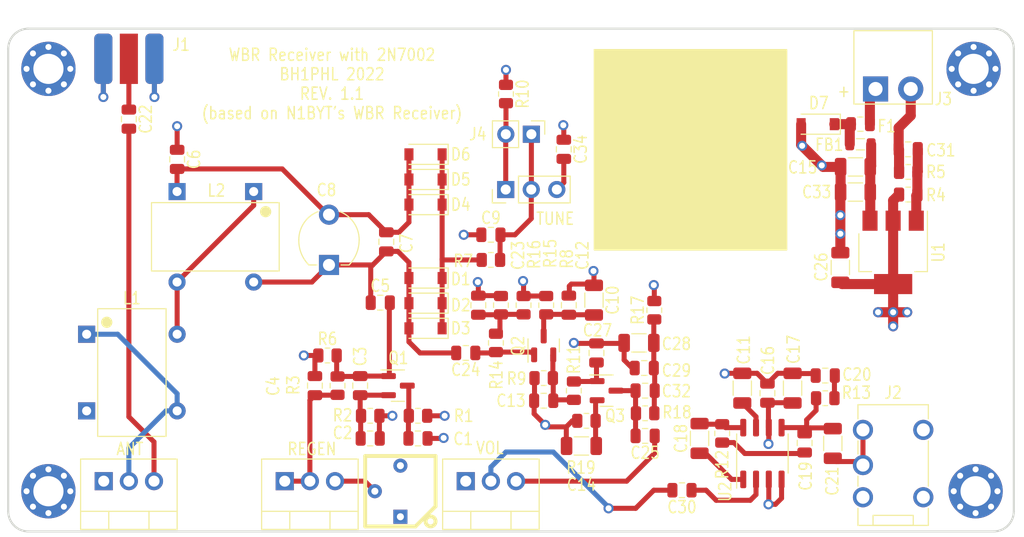
<source format=kicad_pcb>
(kicad_pcb (version 20211014) (generator pcbnew)
  (title_block (title "WBR Receiver"))
  (layers (0 "F.Cu" signal "1-F.Cu") (1 "In1.Cu" power "2-In1.Cu.GND") (2 "In2.Cu" power "3-In2.Cu.Vcc") (31 "B.Cu" signal "4-B.Cu") (34 "B.Paste" user) (35 "F.Paste" user) (36 "B.SilkS" user "B.Silkscreen") (37 "F.SilkS" user "F.Silkscreen") (38 "B.Mask" user) (39 "F.Mask" user) (44 "Edge.Cuts" user))
  (net 0 "")
  (net 1 "Net-(C24-Pad2)")
  (net 2 "Net-(C6-Pad2)")
  (net 3 "Net-(L1-Pad2)")
  (net 4 "Net-(L1-Pad1)")
  (net 5 "GND")
  (net 6 "Net-(C21-Pad1)")
  (net 7 "Net-(F1-Pad2)")
  (net 8 "Net-(RV2-Pad3)")
  (net 9 "VCC")
  (net 10 "Net-(C25-Pad2)")
  (net 11 "Net-(C28-Pad2)")
  (net 12 "Net-(C23-Pad2)")
  (net 13 "Net-(C24-Pad1)")
  (net 14 "Net-(C20-Pad2)")
  (net 15 "Net-(C19-Pad2)")
  (net 16 "Net-(C18-Pad1)")
  (net 17 "Net-(C19-Pad1)")
  (net 18 "Net-(C27-Pad2)")
  (net 19 "Net-(C13-Pad2)")
  (net 20 "Net-(J4-Pad2)")
  (net 21 "Net-(C10-Pad2)")
  (net 22 "Net-(D1-Pad1)")
  (net 23 "Net-(C9-Pad2)")
  (net 24 "Net-(C3-Pad1)")
  (net 25 "Net-(C31-Pad2)")
  (net 26 "Net-(C4-Pad1)")
  (net 27 "Net-(C2-Pad1)")
  (net 28 "Net-(C1-Pad1)")
  (net 29 "Net-(C14-Pad2)")
  (net 30 "Net-(C22-Pad2)")
  (net 31 "Net-(C25-Pad1)")
  (net 32 "Net-(C30-Pad2)")
  (net 33 "Net-(C15-Pad2)")
  (net 34 "Net-(C18-Pad2)")
  (net 35 "Net-(C30-Pad1)")
  (net 36 "Net-(C11-Pad1)")
  (net 37 "Net-(D7-Pad1)")
  (net 38 "Net-(C22-Pad1)")
  (footprint "Resistor_SMD:R_0805_2012Metric" (layer "F.Cu") (at 66 68.5 180)
    (fp_text reference "R2")
    (fp_text value "3.3k")
  )
  (footprint "Connector_PinHeader_2.54mm:PinHeader_1x02_P2.54mm_Vertical" (layer "F.Cu") (at 82.025 40.5 -90)
    (fp_text reference "J4")
    (fp_text value "SPREAD")
  )
  (footprint "Capacitor_SMD:C_0805_2012Metric" (layer "F.Cu") (at 111.25 64.5)
    (fp_text reference "C20")
    (fp_text value "100n")
  )
  (footprint "Capacitor_SMD:C_0805_2012Metric" (layer "F.Cu") (at 67 57.25)
    (fp_text reference "C5")
    (fp_text value "47p")
  )
  (footprint "Capacitor_SMD:C_0805_2012Metric" (layer "F.Cu") (at 109.2 71.2 90)
    (fp_text reference "C19")
    (fp_text value "10n")
  )
  (footprint "kicad_lib_sunzx:RK097-SINGLE" (layer "F.Cu") (at 42 80 180)
    (fp_text reference "RV1" hide)
    (fp_text value "1k (ANT)")
  )
  (footprint "Diode_SMD:D_SOD-123" (layer "F.Cu") (at 71.5 42.5 180)
    (fp_text reference "D6")
    (fp_text value "ES1JL")
  )
  (footprint "Resistor_SMD:R_0805_2012Metric" (layer "F.Cu") (at 119.5 44.25)
    (fp_text reference "R5")
    (fp_text value "6.2k")
  )
  (footprint "Resistor_SMD:R_0805_2012Metric" (layer "F.Cu") (at 111.25 66.75 180)
    (fp_text reference "R13")
    (fp_text value "10")
  )
  (footprint "Capacitor_SMD:C_0805_2012Metric" (layer "F.Cu") (at 85.75 57.5 -90)
    (fp_text reference "C12")
    (fp_text value "10n")
  )
  (footprint "Resistor_SMD:R_0805_2012Metric" (layer "F.Cu") (at 79.5 36.5 -90)
    (fp_text reference "R10")
    (fp_text value "1k")
  )
  (footprint "Fuse:Fuse_0805_2012Metric" (layer "F.Cu") (at 114.75 39.5)
    (fp_text reference "F1")
    (fp_text value "0.2A 30V")
  )
  (footprint "Capacitor_SMD:C_1206_3216Metric" (layer "F.Cu") (at 87 71.5)
    (fp_text reference "C14")
    (fp_text value "10u")
  )
  (footprint "Package_SO:SO-8_3.9x4.9mm_P1.27mm" (layer "F.Cu") (at 105 72.25 90)
    (fp_text reference "U2")
    (fp_text value "LM386")
  )
  (footprint "Package_TO_SOT_SMD:SOT-23" (layer "F.Cu") (at 68.75 65.5)
    (fp_text reference "Q1")
    (fp_text value "MMBT3904")
  )
  (footprint "Resistor_SMD:R_0805_2012Metric" (layer "F.Cu") (at 101 70.25 -90)
    (fp_text reference "R12")
    (fp_text value "3.3k")
  )
  (footprint "Capacitor_SMD:C_0805_2012Metric" (layer "F.Cu") (at 42 39 -90)
    (fp_text reference "C22")
    (fp_text value "1n")
  )
  (footprint "kicad_lib_sunzx:MTG300_600" (layer "F.Cu") (at 34 34)
    (fp_text reference "REF**" hide)
    (fp_text value "MTG300_600")
  )
  (footprint "Capacitor_SMD:C_1206_3216Metric" (layer "F.Cu") (at 108 65.75 90)
    (fp_text reference "C17")
    (fp_text value "10u")
  )
  (footprint "Diode_SMD:D_SOD-123" (layer "F.Cu") (at 71.5 45 180)
    (fp_text reference "D5")
    (fp_text value "ES1JL")
  )
  (footprint "kicad_lib_sunzx:MTG300_600" (layer "F.Cu") (at 126.2 76)
    (fp_text reference "REF**" hide)
    (fp_text value "MTG300_600")
  )
  (footprint "Capacitor_SMD:C_0805_2012Metric" (layer "F.Cu") (at 85.25 42 -90)
    (fp_text reference "C34")
    (fp_text value "100n")
  )
  (footprint "Resistor_SMD:R_0805_2012Metric" (layer "F.Cu") (at 78.5 61.25 90)
    (fp_text reference "R14")
    (fp_text value "1M")
  )
  (footprint "Capacitor_SMD:C_0805_2012Metric" (layer "F.Cu") (at 83.25 67)
    (fp_text reference "C13")
    (fp_text value "10n")
  )
  (footprint "Resistor_SMD:R_0805_2012Metric" (layer "F.Cu") (at 61.75 62.5)
    (fp_text reference "R6")
    (fp_text value "27k")
  )
  (footprint "kicad_lib_sunzx:MTG300_600" (layer "F.Cu") (at 34 76)
    (fp_text reference "REF**" hide)
    (fp_text value "MTG300_600")
  )
  (footprint "Capacitor_SMD:C_0805_2012Metric" (layer "F.Cu") (at 88.5 62.25 -90)
    (fp_text reference "C27")
    (fp_text value "1n")
  )
  (footprint "Capacitor_SMD:C_0805_2012Metric" (layer "F.Cu") (at 46.8 43 -90)
    (fp_text reference "C6")
    (fp_text value "47p")
  )
  (footprint "kicad_lib_sunzx:TRIMMERCAP6-2" (layer "F.Cu") (at 61.9 51 90)
    (fp_text reference "C8")
    (fp_text value "30p")
  )
  (footprint "Resistor_SMD:R_0805_2012Metric" (layer "F.Cu") (at 87.5 69)
    (fp_text reference "R19")
    (fp_text value "3.3k")
  )
  (footprint "kicad_lib_sunzx:RK097-SINGLE" (layer "F.Cu") (at 60 80 180)
    (fp_text reference "RV2" hide)
    (fp_text value "10k (REGEN)")
  )
  (footprint "Diode_SMD:D_SOD-123" (layer "F.Cu") (at 71.5 57.3 180)
    (fp_text reference "D2")
    (fp_text value "ES1JL")
  )
  (footprint "Capacitor_SMD:C_0805_2012Metric" (layer "F.Cu") (at 76.75 57.5 -90)
    (fp_text reference "C23")
    (fp_text value "10n")
  )
  (footprint "Resistor_SMD:R_0805_2012Metric" (layer "F.Cu") (at 70.75 68.5)
    (fp_text reference "R1")
    (fp_text value "330")
  )
  (footprint "Diode_SMD:D_SOD-123" (layer "F.Cu") (at 71.5 54.8 180)
    (fp_text reference "D1")
    (fp_text value "ES1JL")
  )
  (footprint "kicad_lib_sunzx:DB2ERC-3.5-2P" (layer "F.Cu") (at 118 36)
    (fp_text reference "J3")
    (fp_text value "PWR IN")
  )
  (footprint "kicad_lib_sunzx:RK097-SINGLE" (layer "F.Cu") (at 78 80 180)
    (fp_text reference "RV4" hide)
    (fp_text value "10k (VOLUME)")
  )
  (footprint "Resistor_SMD:R_0805_2012Metric" (layer "F.Cu") (at 83.25 64.75)
    (fp_text reference "R9")
    (fp_text value "27k")
  )
  (footprint "kicad_lib_sunzx:TOROID13-4" (layer "F.Cu") (at 42.3 64.2 -90)
    (fp_text reference "L1")
    (fp_text value "IN")
  )
  (footprint "kicad_lib_sunzx:BOURNS-3362P_pot" (layer "F.Cu") (at 69 76 90)
    (fp_text reference "RV5" hide)
    (fp_text value "10k (PRESET)" hide)
  )
  (footprint "Package_TO_SOT_SMD:SOT-23" (layer "F.Cu") (at 89.5 66)
    (fp_text reference "Q3")
    (fp_text value "MMBT3904")
  )
  (footprint "Connector_PinHeader_2.54mm:PinHeader_1x03_P2.54mm_Vertical" (layer "F.Cu") (at 79.475 46 90)
    (fp_text reference "RV3" hide)
    (fp_text value "10k (TUNE)")
  )
  (footprint "Diode_SMD:D_SOD-123" (layer "F.Cu") (at 110.5 39.5 180)
    (fp_text reference "D7")
    (fp_text value "ES1JL")
  )
  (footprint "Resistor_SMD:R_0805_2012Metric" (layer "F.Cu") (at 93.3375 68.25)
    (fp_text reference "R18")
    (fp_text value "6.2k")
  )
  (footprint "Capacitor_SMD:C_0805_2012Metric" (layer "F.Cu") (at 93.25 63.75)
    (fp_text reference "C29")
    (fp_text value "100n")
  )
  (footprint "kicad_lib_sunzx:MTG300_600" (layer "F.Cu") (at 126 34)
    (fp_text reference "REF**" hide)
    (fp_text value "MTG300_600")
  )
  (footprint "Capacitor_SMD:C_0805_2012Metric" (layer "F.Cu") (at 119.5 42)
    (fp_text reference "C31")
    (fp_text value "1u")
  )
  (footprint "Diode_SMD:D_SOD-123" (layer "F.Cu") (at 71.5 59.8 180)
    (fp_text reference "D3")
    (fp_text value "ES1JL")
  )
  (footprint "Capacitor_SMD:C_0805_2012Metric" (layer "F.Cu") (at 60.5 65.5 90)
    (fp_text reference "C4")
    (fp_text value "10n")
  )
  (footprint "Resistor_SMD:R_0805_2012Metric" (layer "F.Cu") (at 78 53)
    (fp_text reference "R7")
    (fp_text value "1M")
  )
  (footprint "Resistor_SMD:R_0805_2012Metric" (layer "F.Cu") (at 62.75 65.5 -90)
    (fp_text reference "R3")
    (fp_text value "6.2k")
  )
  (footprint "Resistor_SMD:R_0805_2012Metric" (layer "F.Cu") (at 119.5 46.5)
    (fp_text reference "R4")
    (fp_text value "1k")
  )
  (footprint "Capacitor_SMD:C_1206_3216Metric" (layer "F.Cu") (at 114.25 46.25)
    (fp_text reference "C33")
    (fp_text value "10u")
  )
  (footprint "Capacitor_SMD:C_0805_2012Metric" (layer "F.Cu") (at 78 50.5)
    (fp_text reference "C9")
    (fp_text value "100n")
  )
  (footprint "Capacitor_SMD:C_1206_3216Metric" (layer "F.Cu") (at 88.25 57 -90)
    (fp_text reference "C10")
    (fp_text value "10u")
  )
  (footprint "Capacitor_SMD:C_0805_2012Metric" (layer "F.Cu") (at 93.3375 70.5 180)
    (fp_text reference "C25")
    (fp_text value "1u")
  )
  (footprint "Resistor_SMD:R_0805_2012Metric" (layer "F.Cu") (at 94.25 58 90)
    (fp_text reference "R17")
    (fp_text value "330")
  )
  (footprint "Inductor_SMD:L_0805_2012Metric" (layer "F.Cu") (at 114.75 41.5)
    (fp_text reference "FB1")
    (fp_text value "1k")
  )
  (footprint "Capacitor_SMD:C_1206_3216Metric" (layer "F.Cu") (at 103 65.75 90)
    (fp_text reference "C11")
    (fp_text value "10u")
  )
  (footprint "Package_TO_SOT_SMD:SOT-223-3_TabPin2" (layer "F.Cu") (at 118 52.25 -90)
    (fp_text reference "U1")
    (fp_text value "AZ1117-ADJ")
  )
  (footprint "Capacitor_SMD:C_0805_2012Metric" (layer "F.Cu") (at 93.3375 66)
    (fp_text reference "C32")
    (fp_text value "1n")
  )
  (footprint "Capacitor_SMD:C_0805_2012Metric" (layer "F.Cu") (at 66 70.75)
    (fp_text reference "C2")
    (fp_text value "100p")
  )
  (footprint "Resistor_SMD:R_0805_2012Metric" (layer "F.Cu") (at 83.5 57.5 90)
    (fp_text reference "R8")
    (fp_text value "3.3k")
  )
  (footprint "Capacitor_SMD:C_0805_2012Metric" (layer "F.Cu") (at 75.5 62.25 180)
    (fp_text reference "C24")
    (fp_text value "1n")
  )
  (footprint "Capacitor_SMD:C_1206_3216Metric" (layer "F.Cu") (at 112.75 53.75 -90)
    (fp_text reference "C26")
    (fp_text value "10u")
  )
  (footprint "Capacitor_SMD:C_0805_2012Metric" (layer "F.Cu") (at 105.5 66.25 90)
    (fp_text reference "C16")
    (fp_text value "100n")
  )
  (footprint "Capacitor_SMD:C_0805_2012Metric" (layer "F.Cu") (at 70.75 70.75)
    (fp_text reference "C1")
    (fp_text value "10n")
  )
  (footprint "Resistor_SMD:R_0805_2012Metric" (layer "F.Cu") (at 86.25 66 -90)
    (fp_text reference "R11")
    (fp_text value "27k")
  )
  (footprint "kicad_lib_sunzx:SMA-EM1" (layer "F.Cu") (at 42 30.5 180)
    (fp_text reference "J1")
    (fp_text value "RF_IN")
  )
  (footprint "kicad_lib_sunzx:TOROID13-4" (layer "F.Cu") (at 50.6 50.7 180)
    (fp_text reference "L2")
    (fp_text value "OSC")
  )
  (footprint "Capacitor_SMD:C_1206_3216Metric" (layer "F.Cu") (at 112 71.25 90)
    (fp_text reference "C21")
    (fp_text value "10u")
  )
  (footprint "kicad_lib_sunzx:STEREO_PHONEJACK_5P" (layer "F.Cu") (at 118 73.4)
    (fp_text reference "J2")
    (fp_text value "SPEAKER")
  )
  (footprint "Capacitor_SMD:C_1206_3216Metric" (layer "F.Cu") (at 98.75 70.75 -90)
    (fp_text reference "C18")
    (fp_text value "10u")
  )
  (footprint "Capacitor_SMD:C_0805_2012Metric" (layer "F.Cu") (at 97 75.9 180)
    (fp_text reference "C30")
    (fp_text value "1u")
  )
  (footprint "Resistor_SMD:R_0805_2012Metric" (layer "F.Cu") (at 81.25 57.5 90)
    (fp_text reference "R15")
    (fp_text value "3.3k")
  )
  (footprint "Resistor_SMD:R_0805_2012Metric" (layer "F.Cu") (at 79 57.5 -90)
    (fp_text reference "R16")
    (fp_text value "3.3k")
  )
  (footprint "Capacitor_SMD:C_0805_2012Metric" (layer "F.Cu") (at 67.6 51.2 -90)
    (fp_text reference "C7")
    (fp_text value "47p")
  )
  (footprint "Capacitor_SMD:C_0805_2012Metric" (layer "F.Cu") (at 65 65.5 -90)
    (fp_text reference "C3")
    (fp_text value "330p")
  )
  (footprint "Package_TO_SOT_SMD:SOT-23" (layer "F.Cu") (at 83.25 61.5 90)
    (fp_text reference "Q2")
    (fp_text value "2N7002")
  )
  (footprint "Capacitor_SMD:C_1206_3216Metric" (layer "F.Cu") (at 92.725 61.25)
    (fp_text reference "C28")
    (fp_text value "10u")
  )
  (footprint "Diode_SMD:D_SOD-123" (layer "F.Cu") (at 71.5 47.5 180)
    (fp_text reference "D4")
    (fp_text value "ES1JL")
  )
  (footprint "Capacitor_SMD:C_1206_3216Metric" (layer "F.Cu") (at 114.25 43.75)
    (fp_text reference "C15")
    (fp_text value "10u")
  )
  (gr_rect (start 88.3 32.1) (end 107.4 52) (layer "F.SilkS") (width 0.15) (fill solid))
  (gr_line (start 128.8515 79.8097) (end 129.0716 79.6887) (layer "Edge.Cuts") (width 0.2))
  (gr_line (start 30.015762 31.74934) (end 30 32) (layer "Edge.Cuts") (width 0.2))
  (gr_line (start 32 30) (end 31.99605 30.003952) (layer "Edge.Cuts") (width 0.2))
  (gr_line (start 30.725143 79.541) (end 30.928345 79.6887) (layer "Edge.Cuts") (width 0.2))
  (gr_line (start 31.8744 30.003952) (end 31.62523 30.035431) (layer "Edge.Cuts") (width 0.2))
  (gr_line (start 31.99606 79.9961) (end 32 80) (layer "Edge.Cuts") (width 0.2))
  (gr_line (start 129.4579 30.63092) (end 129.2748 30.458984) (layer "Edge.Cuts") (width 0.2))
  (gr_line (start 32 80) (end 128 80) (layer "Edge.Cuts") (width 0.2))
  (gr_line (start 30.725143 30.458984) (end 30.542053 30.63092) (layer "Edge.Cuts") (width 0.2))
  (gr_line (start 129.8595 31.26376) (end 129.7526 31.0365) (layer "Edge.Cuts") (width 0.2))
  (gr_line (start 31.99605 30.003952) (end 31.8744 30.003952) (layer "Edge.Cuts") (width 0.2))
  (gr_line (start 30.015762 78.2507) (end 30.06282 78.4974) (layer "Edge.Cuts") (width 0.2))
  (gr_line (start 129.2748 30.458984) (end 129.0716 30.311356) (layer "Edge.Cuts") (width 0.2))
  (gr_line (start 130 32) (end 129.9842 31.74934) (layer "Edge.Cuts") (width 0.2))
  (gr_line (start 30.381958 30.824432) (end 30.247375 31.0365) (layer "Edge.Cuts") (width 0.2))
  (gr_line (start 129.9842 31.74934) (end 129.9372 31.50262) (layer "Edge.Cuts") (width 0.2))
  (gr_line (start 30.06282 78.4974) (end 30.140442 78.7363) (layer "Edge.Cuts") (width 0.2))
  (gr_line (start 31.62523 79.9646) (end 31.8744 79.9961) (layer "Edge.Cuts") (width 0.2))
  (gr_line (start 31.38196 30.0979) (end 31.14844 30.190353) (layer "Edge.Cuts") (width 0.2))
  (gr_line (start 128.3748 79.9646) (end 128.618 79.9021) (layer "Edge.Cuts") (width 0.2))
  (gr_line (start 30.06282 31.50262) (end 30.015762 31.74934) (layer "Edge.Cuts") (width 0.2))
  (gr_line (start 31.14844 79.8097) (end 31.38196 79.9021) (layer "Edge.Cuts") (width 0.2))
  (gr_line (start 30.928345 79.6887) (end 31.14844 79.8097) (layer "Edge.Cuts") (width 0.2))
  (gr_line (start 128.1256 79.9961) (end 128.3748 79.9646) (layer "Edge.Cuts") (width 0.2))
  (gr_line (start 30.542053 79.3691) (end 30.725143 79.541) (layer "Edge.Cuts") (width 0.2))
  (gr_line (start 30.928345 30.311356) (end 30.725143 30.458984) (layer "Edge.Cuts") (width 0.2))
  (gr_line (start 129.4579 79.3691) (end 129.618 79.1756) (layer "Edge.Cuts") (width 0.2))
  (gr_line (start 129.618 79.1756) (end 129.7526 78.9635) (layer "Edge.Cuts") (width 0.2))
  (gr_line (start 30.140442 78.7363) (end 30.247375 78.9635) (layer "Edge.Cuts") (width 0.2))
  (gr_line (start 30 32) (end 30 78) (layer "Edge.Cuts") (width 0.2))
  (gr_line (start 129.9372 78.4974) (end 129.9842 78.2507) (layer "Edge.Cuts") (width 0.2))
  (gr_line (start 30.381958 79.1756) (end 30.542053 79.3691) (layer "Edge.Cuts") (width 0.2))
  (gr_line (start 128.004 30.003952) (end 128 30) (layer "Edge.Cuts") (width 0.2))
  (gr_line (start 129.9842 78.2507) (end 130 78) (layer "Edge.Cuts") (width 0.2))
  (gr_line (start 31.14844 30.190353) (end 30.928345 30.311356) (layer "Edge.Cuts") (width 0.2))
  (gr_line (start 129.7526 31.0365) (end 129.618 30.824432) (layer "Edge.Cuts") (width 0.2))
  (gr_line (start 30.247375 78.9635) (end 30.381958 79.1756) (layer "Edge.Cuts") (width 0.2))
  (gr_line (start 129.0716 79.6887) (end 129.2748 79.541) (layer "Edge.Cuts") (width 0.2))
  (gr_line (start 129.618 30.824432) (end 129.4579 30.63092) (layer "Edge.Cuts") (width 0.2))
  (gr_line (start 30.247375 31.0365) (end 30.140442 31.26376) (layer "Edge.Cuts") (width 0.2))
  (gr_line (start 128.0039 79.9961) (end 128.1256 79.9961) (layer "Edge.Cuts") (width 0.2))
  (gr_line (start 128.1256 30.003952) (end 128.004 30.003952) (layer "Edge.Cuts") (width 0.2))
  (gr_line (start 30.140442 31.26376) (end 30.06282 31.50262) (layer "Edge.Cuts") (width 0.2))
  (gr_line (start 129.2748 79.541) (end 129.4579 79.3691) (layer "Edge.Cuts") (width 0.2))
  (gr_line (start 128.618 79.9021) (end 128.8515 79.8097) (layer "Edge.Cuts") (width 0.2))
  (gr_line (start 31.8744 79.9961) (end 31.99606 79.9961) (layer "Edge.Cuts") (width 0.2))
  (gr_line (start 30.542053 30.63092) (end 30.381958 30.824432) (layer "Edge.Cuts") (width 0.2))
  (gr_line (start 31.62523 30.035431) (end 31.38196 30.0979) (layer "Edge.Cuts") (width 0.2))
  (gr_line (start 129.9372 31.50262) (end 129.8595 31.26376) (layer "Edge.Cuts") (width 0.2))
  (gr_line (start 128 80) (end 128.0039 79.9961) (layer "Edge.Cuts") (width 0.2))
  (gr_line (start 128.618 30.0979) (end 128.3748 30.035431) (layer "Edge.Cuts") (width 0.2))
  (gr_line (start 129.0716 30.311356) (end 128.8515 30.190353) (layer "Edge.Cuts") (width 0.2))
  (gr_line (start 128.8515 30.190353) (end 128.618 30.0979) (layer "Edge.Cuts") (width 0.2))
  (gr_line (start 128 30) (end 32 30) (layer "Edge.Cuts") (width 0.2))
  (gr_line (start 129.8595 78.7363) (end 129.9372 78.4974) (layer "Edge.Cuts") (width 0.2))
  (gr_line (start 128.3748 30.035431) (end 128.1256 30.003952) (layer "Edge.Cuts") (width 0.2))
  (gr_line (start 130 78) (end 130 32) (layer "Edge.Cuts") (width 0.2))
  (gr_line (start 31.38196 79.9021) (end 31.62523 79.9646) (layer "Edge.Cuts") (width 0.2))
  (gr_line (start 129.7526 78.9635) (end 129.8595 78.7363) (layer "Edge.Cuts") (width 0.2))
  (gr_line (start 30 78) (end 30.015762 78.2507) (layer "Edge.Cuts") (width 0.2))
  (gr_text "WBR Receiver with 2N7002\nBH1PHL 2022\nREV. 1.1\n(based on N1BYT's WBR Receiver)\n" (at 62.2 35.5) (layer "F.SilkS") (effects (font (size 1.2 1))))
  (gr_text "ANT" (at 42.1 71.8) (layer "F.SilkS") (effects (font (size 1.2 1))))
  (gr_text "VOL" (at 77.9 71.7) (layer "F.SilkS") (effects (font (size 1.2 1))))
  (gr_text "+" (at 113.1 36.2) (layer "F.SilkS") (effects (font (size 1.2 1))))
  (gr_text "TUNE" (at 84.4 48.9) (layer "F.SilkS") (effects (font (size 1.2 1))))
  (gr_text "REGEN" (at 60.2 71.8) (layer "F.SilkS") (effects (font (size 1.2 1))))
  (segment (start 69.85 53.25) (end 69.85 54.8) (width 0.5) (layer "F.Cu") (net 1))
  (segment (start 69.85 54.8) (end 69.85 57.3) (width 0.5) (layer "F.Cu") (net 1))
  (segment (start 69.85 61.15) (end 69.85 59.8) (width 0.5) (layer "F.Cu") (net 1))
  (segment (start 66.05 57.25) (end 66.05 53.7) (width 0.5) (layer "F.Cu") (net 1))
  (segment (start 61.9 53.5) (end 66.25 53.5) (width 0.5) (layer "F.Cu") (net 1))
  (segment (start 69.85 57.3) (end 69.85 59.8) (width 0.5) (layer "F.Cu") (net 1))
  (segment (start 54.41 55.2) (end 60.2 55.2) (width 0.5) (layer "F.Cu") (net 1))
  (segment (start 66.25 53.5) (end 67.6 52.15) (width 0.5) (layer "F.Cu") (net 1))
  (segment (start 74.55 62.25) (end 70.95 62.25) (width 0.5) (layer "F.Cu") (net 1))
  (segment (start 68.75 52.15) (end 69.85 53.25) (width 0.5) (layer "F.Cu") (net 1))
  (segment (start 67.6 52.15) (end 68.75 52.15) (width 0.5) (layer "F.Cu") (net 1))
  (segment (start 70.95 62.25) (end 69.85 61.15) (width 0.5) (layer "F.Cu") (net 1))
  (segment (start 66.05 53.7) (end 66.25 53.5) (width 0.5) (layer "F.Cu") (net 1))
  (segment (start 60.2 55.2) (end 61.9 53.5) (width 0.5) (layer "F.Cu") (net 1))
  (segment (start 57.25 43.95) (end 61.8 48.5) (width 0.5) (layer "F.Cu") (net 2))
  (segment (start 67.6 50.25) (end 65.85 48.5) (width 0.5) (layer "F.Cu") (net 2))
  (segment (start 46.79 43.96) (end 46.8 43.95) (width 0.5) (layer "F.Cu") (net 2))
  (segment (start 68.85 50.25) (end 69.85 49.25) (width 0.5) (layer "F.Cu") (net 2))
  (segment (start 69.85 45) (end 69.85 42.5) (width 0.5) (layer "F.Cu") (net 2))
  (segment (start 65.85 48.5) (end 61.9 48.5) (width 0.5) (layer "F.Cu") (net 2))
  (segment (start 69.85 47.5) (end 69.85 45) (width 0.5) (layer "F.Cu") (net 2))
  (segment (start 69.85 49.25) (end 69.85 47.5) (width 0.5) (layer "F.Cu") (net 2))
  (segment (start 46.8 43.95) (end 57.25 43.95) (width 0.5) (layer "F.Cu") (net 2))
  (segment (start 46.79 46.2) (end 46.79 43.96) (width 0.5) (layer "F.Cu") (net 2))
  (segment (start 61.8 48.5) (end 61.9 48.5) (width 0.5) (layer "F.Cu") (net 2))
  (segment (start 67.6 50.25) (end 68.85 50.25) (width 0.5) (layer "F.Cu") (net 2))
  (segment (start 54.41 47.58) (end 46.79 55.2) (width 0.5) (layer "F.Cu") (net 3))
  (segment (start 46.8 60.39) (end 46.8 55.21) (width 0.5) (layer "F.Cu") (net 3))
  (segment (start 54.41 46.2) (end 54.41 47.58) (width 0.5) (layer "F.Cu") (net 3))
  (segment (start 46.8 55.21) (end 46.79 55.2) (width 0.5) (layer "F.Cu") (net 3))
  (segment (start 45.69 68.01) (end 46.8 68.01) (width 0.5) (layer "B.Cu") (net 4))
  (segment (start 42 71.7) (end 45.69 68.01) (width 0.5) (layer "B.Cu") (net 4))
  (segment (start 42 75) (end 42 71.7) (width 0.5) (layer "B.Cu") (net 4))
  (segment (start 37.8 60.39) (end 40.89 60.39) (width 0.5) (layer "B.Cu") (net 4))
  (segment (start 40.89 60.39) (end 46.8 66.3) (width 0.5) (layer "B.Cu") (net 4))
  (segment (start 46.8 66.3) (end 46.8 68.01) (width 0.5) (layer "B.Cu") (net 4))
  (segment (start 71.7 70.75) (end 73.25 70.75) (width 0.5) (layer "F.Cu") (net 5))
  (segment (start 118.55 42) (end 118.55 39.85) (width 1) (layer "F.Cu") (net 5))
  (segment (start 86 55.4) (end 88.125 55.4) (width 0.5) (layer "F.Cu") (net 5))
  (segment (start 88.25 55.525) (end 88.25 54.15) (width 0.5) (layer "F.Cu") (net 5))
  (segment (start 112.75 50.4) (end 112.75 46.275) (width 1) (layer "F.Cu") (net 5))
  (segment (start 85.8 55.6) (end 85.875 55.525) (width 0.5) (layer "F.Cu") (net 5))
  (segment (start 92.05 63.75) (end 91.25 62.95) (width 0.5) (layer "F.Cu") (net 5))
  (segment (start 82.3375 64.75) (end 82.3375 66.9625) (width 0.5) (layer "F.Cu") (net 5))
  (segment (start 108.95 41.65) (end 108.85 41.55) (width 1) (layer "F.Cu") (net 5))
  (segment (start 85.875 55.525) (end 86 55.4) (width 0.5) (layer "F.Cu") (net 5))
  (segment (start 105.635 74.825) (end 105.635 77.265) (width 0.5) (layer "F.Cu") (net 5))
  (segment (start 85.25 39.65) (end 85.2 39.6) (width 0.5) (layer "F.Cu") (net 5))
  (segment (start 118.5875 44.25) (end 118.5875 42.0375) (width 1) (layer "F.Cu") (net 5))
  (segment (start 118.5875 42.0375) (end 118.55 42) (width 1) (layer "F.Cu") (net 5))
  (segment (start 82.3 67) (end 82.3 68.3) (width 0.5) (layer "F.Cu") (net 5))
  (segment (start 108.025 64.3) (end 108 64.275) (width 0.5) (layer "F.Cu") (net 5))
  (segment (start 111.05 43.75) (end 112.775 43.75) (width 1) (layer "F.Cu") (net 5))
  (segment (start 92.3 63.75) (end 92.05 63.75) (width 0.5) (layer "F.Cu") (net 5))
  (segment (start 82.3 68.3) (end 83.4 69.4) (width 0.5) (layer "F.Cu") (net 5))
  (segment (start 105.635 77.265) (end 105.6 77.3) (width 0.5) (layer "F.Cu") (net 5))
  (segment (start 76.75 56.55) (end 78.9625 56.55) (width 0.5) (layer "F.Cu") (net 5))
  (segment (start 78.9625 56.55) (end 79 56.5875) (width 0.5) (layer "F.Cu") (net 5))
  (segment (start 112.775 43.75) (end 112.775 46.25) (width 1) (layer "F.Cu") (net 5))
  (segment (start 88.25 54.15) (end 88.2 54.1) (width 0.5) (layer "F.Cu") (net 5))
  (segment (start 77.05 50.5) (end 75.3 50.5) (width 0.5) (layer "F.Cu") (net 5))
  (segment (start 103 64.275) (end 104.475 64.275) (width 0.5) (layer "F.Cu") (net 5))
  (segment (start 73.25 70.75) (end 73.3 70.7) (width 0.5) (layer "F.Cu") (net 5))
  (segment (start 118.55 39.85) (end 119.75 38.65) (width 1) (layer "F.Cu") (net 5))
  (segment (start 60.5 62.8375) (end 60.8375 62.5) (width 0.5) (layer "F.Cu") (net 5))
  (segment (start 85.25 41.05) (end 85.25 39.65) (width 0.5) (layer "F.Cu") (net 5))
  (segment (start 83.6 69.6) (end 83.4 69.4) (width 0.5) (layer "F.Cu") (net 5))
  (segment (start 101.275 64.275) (end 101.25 64.3) (width 0.5) (layer "F.Cu") (net 5))
  (segment (start 88.5 61.3) (end 91.2 61.3) (width 0.5) (layer "F.Cu") (net 5))
  (segment (start 86.1 69) (end 85.5 69.6) (width 0.5) (layer "F.Cu") (net 5))
  (segment (start 85.75 56.55) (end 85.8 56.5) (width 0.5) (layer "F.Cu") (net 5))
  (segment (start 104.475 64.275) (end 105.5 65.3) (width 0.5) (layer "F.Cu") (net 5))
  (segment (start 66.9125 68.5) (end 68.2 68.5) (width 0.5) (layer "F.Cu") (net 5))
  (segment (start 103 64.275) (end 101.275 64.275) (width 0.5) (layer "F.Cu") (net 5))
  (segment (start 66.9125 70.7125) (end 66.95 70.75) (width 0.5) (layer "F.Cu") (net 5))
  (segment (start 91.2 61.3) (end 91.25 61.25) (width 0.5) (layer "F.Cu") (net 5))
  (segment (start 108.85 41.55) (end 108.85 39.5) (width 1) (layer "F.Cu") (net 5))
  (segment (start 106.905 74.825) (end 106.905 76.695) (width 0.5) (layer "F.Cu") (net 5))
  (segment (start 86.25 61.25) (end 86.3 61.3) (width 0.5) (layer "F.Cu") (net 5))
  (segment (start 60.8375 62.5) (end 59.4 62.5) (width 0.5) (layer "F.Cu") (net 5))
  (segment (start 60.5 64.55) (end 60.5 62.8375) (width 0.5) (layer "F.Cu") (net 5))
  (segment (start 85.5 69.6) (end 83.6 69.6) (width 0.5) (layer "F.Cu") (net 5))
  (segment (start 76.75 56.55) (end 76.75 55.25) (width 0.5) (layer "F.Cu") (net 5))
  (segment (start 108.95 41.65) (end 110.9 43.6) (width 1) (layer "F.Cu") (net 5))
  (segment (start 66.9125 68.5) (end 66.9125 70.7125) (width 0.5) (layer "F.Cu") (net 5))
  (segment (start 85.8 56.5) (end 85.8 55.6) (width 0.5) (layer "F.Cu") (net 5))
  (segment (start 106.905 76.695) (end 106.3 77.3) (width 0.5) (layer "F.Cu") (net 5))
  (segment (start 86.3 61.3) (end 88.5 61.3) (width 0.5) (layer "F.Cu") (net 5))
  (segment (start 46.8 42.05) (end 46.8 39.7) (width 0.5) (layer "F.Cu") (net 5))
  (segment (start 76.75 55.25) (end 76.7 55.2) (width 0.5) (layer "F.Cu") (net 5))
  (segment (start 91.25 62.95) (end 91.25 61.25) (width 0.5) (layer "F.Cu") (net 5))
  (segment (start 85.5 69.6) (end 85.5 71.475) (width 0.5) (layer "F.Cu") (net 5))
  (segment (start 106.3 77.3) (end 105.6 77.3) (width 0.5) (layer "F.Cu") (net 5))
  (segment (start 88.125 55.4) (end 88.25 55.525) (width 0.5) (layer "F.Cu") (net 5))
  (segment (start 112.75 50.4) (end 112.75 52.275) (width 1) (layer "F.Cu") (net 5))
  (segment (start 119.75 38.65) (end 119.75 36) (width 1) (layer "F.Cu") (net 5))
  (segment (start 108 64.275) (end 106.525 64.275) (width 0.5) (layer "F.Cu") (net 5))
  (segment (start 110.1 64.3) (end 108.025 64.3) (width 0.5) (layer "F.Cu") (net 5))
  (segment (start 86.5875 69) (end 86.1 69) (width 0.5) (layer "F.Cu") (net 5))
  (segment (start 110.9 43.6) (end 111.05 43.75) (width 1) (layer "F.Cu") (net 5))
  (segment (start 82.3375 66.9625) (end 82.3 67) (width 0.5) (layer "F.Cu") (net 5))
  (segment (start 112.75 46.275) (end 112.775 46.25) (width 1) (layer "F.Cu") (net 5))
  (segment (start 79.5 35.5875) (end 79.5 34.1) (width 0.5) (layer "F.Cu") (net 5))
  (segment (start 110.3 64.5) (end 110.1 64.3) (width 0.5) (layer "F.Cu") (net 5))
  (segment (start 85.5 71.475) (end 85.525 71.5) (width 0.5) (layer "F.Cu") (net 5))
  (segment (start 106.525 64.275) (end 105.5 65.3) (width 0.5) (layer "F.Cu") (net 5))
  (via (at 86.25 61.25) (size 1) (drill 0.6) (layers "F.Cu" "B.Cu") (net 5))
  (via (at 83.4 69.4) (size 1) (drill 0.6) (layers "F.Cu" "B.Cu") (net 5))
  (via (at 46.8 39.7) (size 1) (drill 0.6) (layers "F.Cu" "B.Cu") (net 5))
  (via (at 68.2 68.5) (size 1) (drill 0.6) (layers "F.Cu" "B.Cu") (net 5))
  (via (at 112.75 50.4) (size 1) (drill 0.6) (layers "F.Cu" "B.Cu") (net 5))
  (via (at 79.5 34.1) (size 1) (drill 0.6) (layers "F.Cu" "B.Cu") (net 5))
  (via (at 105.6 77.3) (size 1) (drill 0.6) (layers "F.Cu" "B.Cu") (net 5))
  (via (at 108.95 41.65) (size 1) (drill 0.6) (layers "F.Cu" "B.Cu") (net 5))
  (via (at 73.3 70.7) (size 1) (drill 0.6) (layers "F.Cu" "B.Cu") (net 5))
  (via (at 101.25 64.3) (size 1) (drill 0.6) (layers "F.Cu" "B.Cu") (net 5))
  (via (at 110.9 43.6) (size 1) (drill 0.6) (layers "F.Cu" "B.Cu") (net 5))
  (via (at 59.4 62.5) (size 1) (drill 0.6) (layers "F.Cu" "B.Cu") (net 5))
  (via (at 85.2 39.6) (size 1) (drill 0.6) (layers "F.Cu" "B.Cu") (net 5))
  (via (at 76.7 55.2) (size 1) (drill 0.6) (layers "F.Cu" "B.Cu") (net 5))
  (via (at 75.3 50.5) (size 1) (drill 0.6) (layers "F.Cu" "B.Cu") (net 5))
  (via (at 112.75 48.55) (size 1) (drill 0.6) (layers "F.Cu" "B.Cu") (net 5))
  (via (at 88.2 54.1) (size 1) (drill 0.6) (layers "F.Cu" "B.Cu") (net 5))
  (segment (start 114.65 73.05) (end 112.325 73.05) (width 0.5) (layer "F.Cu") (net 6))
  (segment (start 115 69.9) (end 115 73.4) (width 0.5) (layer "F.Cu") (net 6))
  (segment (start 115 73.4) (end 114.65 73.05) (width 0.5) (layer "F.Cu") (net 6))
  (segment (start 112.325 73.05) (end 112 72.725) (width 0.5) (layer "F.Cu") (net 6))
  (segment (start 115.6875 36.5625) (end 116.25 36) (width 1) (layer "F.Cu") (net 7))
  (segment (start 115.6875 39.5) (end 115.6875 36.5625) (width 1) (layer "F.Cu") (net 7))
  (segment (start 65.46 75) (end 66.46 76) (width 0.5) (layer "F.Cu") (net 8))
  (segment (start 62.5 75) (end 65.46 75) (width 0.5) (layer "F.Cu") (net 8))
  (segment (start 94.25 55.55) (end 94.2 55.5) (width 0.5) (layer "F.Cu") (net 9))
  (segment (start 94.25 57.0875) (end 94.25 55.55) (width 0.5) (layer "F.Cu") (net 9))
  (segment (start 81.25 56.5875) (end 81.25 55.15) (width 0.5) (layer "F.Cu") (net 9))
  (segment (start 118 55.4) (end 112.925 55.4) (width 1) (layer "F.Cu") (net 9))
  (segment (start 85.25 42.95) (end 85.25 45.305) (width 0.5) (layer "F.Cu") (net 9))
  (segment (start 118 47.0875) (end 118.5875 46.5) (width 1) (layer "F.Cu") (net 9))
  (segment (start 81.25 55.15) (end 81.2 55.1) (width 0.5) (layer "F.Cu") (net 9))
  (segment (start 105.635 71.265) (end 105.635 69.675) (width 0.5) (layer "F.Cu") (net 9))
  (segment (start 118 58.2) (end 116.5 58.2) (width 1) (layer "F.Cu") (net 9))
  (segment (start 71.6625 68.5) (end 73.4 68.5) (width 0.5) (layer "F.Cu") (net 9))
  (segment (start 118 58.2) (end 119.4 58.2) (width 1) (layer "F.Cu") (net 9))
  (segment (start 112.925 55.4) (end 112.75 55.225) (width 1) (layer "F.Cu") (net 9))
  (segment (start 118 49.1) (end 118 55.4) (width 1) (layer "F.Cu") (net 9))
  (segment (start 107.975 67.2) (end 108 67.225) (width 0.5) (layer "F.Cu") (net 9))
  (segment (start 105.6 67.3) (end 105.6 69.64) (width 0.5) (layer "F.Cu") (net 9))
  (segment (start 105.5 67.2) (end 105.6 67.3) (width 0.5) (layer "F.Cu") (net 9))
  (segment (start 105.6 71.3) (end 105.635 71.265) (width 0.5) (layer "F.Cu") (net 9))
  (segment (start 105.6 69.64) (end 105.635 69.675) (width 0.5) (layer "F.Cu") (net 9))
  (segment (start 118 49.1) (end 118 47.0875) (width 1) (layer "F.Cu") (net 9))
  (segment (start 118 55.4) (end 118 59.6) (width 1) (layer "F.Cu") (net 9))
  (segment (start 85.25 45.305) (end 84.555 46) (width 0.5) (layer "F.Cu") (net 9))
  (segment (start 81.25 56.5875) (end 83.5 56.5875) (width 0.5) (layer "F.Cu") (net 9))
  (segment (start 105.5 67.2) (end 107.975 67.2) (width 0.5) (layer "F.Cu") (net 9))
  (via (at 81.2 55.1) (size 1) (drill 0.6) (layers "F.Cu" "B.Cu") (net 9))
  (via (at 119.4 58.2) (size 1) (drill 0.6) (layers "F.Cu" "B.Cu") (net 9))
  (via (at 118 59.6) (size 1) (drill 0.6) (layers "F.Cu" "B.Cu") (net 9))
  (via (at 118 58.2) (size 1) (drill 0.6) (layers "F.Cu" "B.Cu") (net 9))
  (via (at 105.6 71.3) (size 1) (drill 0.6) (layers "F.Cu" "B.Cu") (net 9))
  (via (at 73.4 68.5) (size 1) (drill 0.6) (layers "F.Cu" "B.Cu") (net 9))
  (via (at 116.5 58.2) (size 1) (drill 0.6) (layers "F.Cu" "B.Cu") (net 9))
  (via (at 94.2 55.5) (size 1) (drill 0.6) (layers "F.Cu" "B.Cu") (net 9))
  (segment (start 92.3875 68.2875) (end 92.425 68.25) (width 0.5) (layer "F.Cu") (net 10))
  (segment (start 90.4375 66) (end 92.3875 66) (width 0.5) (layer "F.Cu") (net 10))
  (segment (start 92.3875 66) (end 92.3875 68.2125) (width 0.5) (layer "F.Cu") (net 10))
  (segment (start 92.3875 68.2125) (end 92.425 68.25) (width 0.5) (layer "F.Cu") (net 10))
  (segment (start 92.3875 70.5) (end 92.3875 68.2875) (width 0.5) (layer "F.Cu") (net 10))
  (segment (start 94.2875 66) (end 94.2875 63.8375) (width 0.5) (layer "F.Cu") (net 11))
  (segment (start 94.2 61.25) (end 94.2 58.9625) (width 0.5) (layer "F.Cu") (net 11))
  (segment (start 94.25 68.25) (end 94.25 66.0375) (width 0.5) (layer "F.Cu") (net 11))
  (segment (start 94.25 66.0375) (end 94.2875 66) (width 0.5) (layer "F.Cu") (net 11))
  (segment (start 94.2 58.9625) (end 94.25 58.9125) (width 0.5) (layer "F.Cu") (net 11))
  (segment (start 94.2 63.75) (end 94.2 61.25) (width 0.5) (layer "F.Cu") (net 11))
  (segment (start 94.2875 63.8375) (end 94.2 63.75) (width 0.5) (layer "F.Cu") (net 11))
  (segment (start 78.9 59.9375) (end 78.9 58.5125) (width 0.5) (layer "F.Cu") (net 12))
  (segment (start 76.75 58.45) (end 78.9625 58.45) (width 0.5) (layer "F.Cu") (net 12))
  (segment (start 78.9625 58.45) (end 79 58.4125) (width 0.5) (layer "F.Cu") (net 12))
  (segment (start 79 58.4125) (end 81.25 58.4125) (width 0.5) (layer "F.Cu") (net 12))
  (segment (start 78.9 58.5125) (end 79 58.4125) (width 0.5) (layer "F.Cu") (net 12))
  (segment (start 78.5 60.3375) (end 78.9 59.9375) (width 0.5) (layer "F.Cu") (net 12))
  (segment (start 76.45 62.25) (end 78.4125 62.25) (width 0.5) (layer "F.Cu") (net 13))
  (segment (start 78.5 62.1625) (end 82.025 62.1625) (width 0.5) (layer "F.Cu") (net 13))
  (segment (start 82.025 62.1625) (end 82.3 62.4375) (width 0.5) (layer "F.Cu") (net 13))
  (segment (start 78.4125 62.25) (end 78.5 62.1625) (width 0.5) (layer "F.Cu") (net 13))
  (segment (start 112.1625 66.75) (end 112.1625 64.5375) (width 0.5) (layer "F.Cu") (net 14))
  (segment (start 112.1625 64.5375) (end 112.2 64.5) (width 0.5) (layer "F.Cu") (net 14))
  (segment (start 111.925 69.7) (end 112 69.775) (width 0.5) (layer "F.Cu") (net 15))
  (segment (start 106.905 69.675) (end 109.225 69.675) (width 0.5) (layer "F.Cu") (net 15))
  (segment (start 109.2 69.7) (end 109.2 70.25) (width 0.5) (layer "F.Cu") (net 15))
  (segment (start 110.3375 66.75) (end 110.3375 67.9625) (width 0.5) (layer "F.Cu") (net 15))
  (segment (start 109.225 69.675) (end 109.2 69.7) (width 0.5) (layer "F.Cu") (net 15))
  (segment (start 109.4 68.9) (end 109.4 70.05) (width 0.5) (layer "F.Cu") (net 15))
  (segment (start 109.4 70.05) (end 109.2 70.25) (width 0.5) (layer "F.Cu") (net 15))
  (segment (start 110.3375 67.9625) (end 109.4 68.9) (width 0.5) (layer "F.Cu") (net 15))
  (segment (start 109.75 69.7) (end 111.925 69.7) (width 0.5) (layer "F.Cu") (net 15))
  (segment (start 109.2 70.25) (end 109.75 69.7) (width 0.5) (layer "F.Cu") (net 15))
  (segment (start 98.8125 69.3375) (end 98.75 69.275) (width 0.5) (layer "F.Cu") (net 16))
  (segment (start 101.3375 69.675) (end 101 69.3375) (width 0.5) (layer "F.Cu") (net 16))
  (segment (start 103.095 69.675) (end 101.3375 69.675) (width 0.5) (layer "F.Cu") (net 16))
  (segment (start 101 69.3375) (end 98.8125 69.3375) (width 0.5) (layer "F.Cu") (net 16))
  (segment (start 101 71.1625) (end 102.1625 71.1625) (width 0.5) (layer "F.Cu") (net 17))
  (segment (start 109.100489 72.249511) (end 109.2 72.15) (width 0.5) (layer "F.Cu") (net 17))
  (segment (start 103.249511 72.249511) (end 109.100489 72.249511) (width 0.5) (layer "F.Cu") (net 17))
  (segment (start 102.1625 71.1625) (end 103.249511 72.249511) (width 0.5) (layer "F.Cu") (net 17))
  (segment (start 88.5 63.2) (end 88.5 64.9875) (width 0.5) (layer "F.Cu") (net 18))
  (segment (start 86.25 65.0875) (end 88.525 65.0875) (width 0.5) (layer "F.Cu") (net 18))
  (segment (start 88.525 65.0875) (end 88.5625 65.05) (width 0.5) (layer "F.Cu") (net 18))
  (segment (start 88.5 64.9875) (end 88.5625 65.05) (width 0.5) (layer "F.Cu") (net 18))
  (segment (start 84.2 67) (end 84.2 64.7875) (width 0.5) (layer "F.Cu") (net 19))
  (segment (start 86.25 66.9125) (end 84.2875 66.9125) (width 0.5) (layer "F.Cu") (net 19))
  (segment (start 84.1625 62.475) (end 84.2 62.4375) (width 0.5) (layer "F.Cu") (net 19))
  (segment (start 84.2 64.7875) (end 84.1625 64.75) (width 0.5) (layer "F.Cu") (net 19))
  (segment (start 84.1625 64.75) (end 84.1625 62.475) (width 0.5) (layer "F.Cu") (net 19))
  (segment (start 84.2875 66.9125) (end 84.2 67) (width 0.5) (layer "F.Cu") (net 19))
  (segment (start 79.5 40.485) (end 79.485 40.5) (width 0.5) (layer "F.Cu") (net 20))
  (segment (start 79.5 37.4125) (end 79.5 40.485) (width 0.5) (layer "F.Cu") (net 20))
  (segment (start 79.475 46) (end 79.475 40.51) (width 0.5) (layer "F.Cu") (net 20))
  (segment (start 79.475 40.51) (end 79.485 40.5) (width 0.5) (layer "F.Cu") (net 20))
  (segment (start 83.5 58.4125) (end 85.7125 58.4125) (width 0.5) (layer "F.Cu") (net 21))
  (segment (start 83.25 58.6625) (end 83.5 58.4125) (width 0.5) (layer "F.Cu") (net 21))
  (segment (start 85.7125 58.4125) (end 85.75 58.45) (width 0.5) (layer "F.Cu") (net 21))
  (segment (start 85.75 58.45) (end 88.225 58.45) (width 0.5) (layer "F.Cu") (net 21))
  (segment (start 88.225 58.45) (end 88.25 58.475) (width 0.5) (layer "F.Cu") (net 21))
  (segment (start 83.25 60.5625) (end 83.25 58.6625) (width 0.5) (layer "F.Cu") (net 21))
  (segment (start 73.15 42.5) (end 73.15 45) (width 0.5) (layer "F.Cu") (net 22))
  (segment (start 73.15 47.5) (end 73.15 52.95) (width 0.5) (layer "F.Cu") (net 22))
  (segment (start 73.15 45) (end 73.15 47.5) (width 0.5) (layer "F.Cu") (net 22))
  (segment (start 73.15 52.95) (end 73.15 54.8) (width 0.5) (layer "F.Cu") (net 22))
  (segment (start 73.15 57.3) (end 73.15 59.8) (width 0.5) (layer "F.Cu") (net 22))
  (segment (start 77.0875 53) (end 73.2 53) (width 0.5) (layer "F.Cu") (net 22))
  (segment (start 73.15 54.8) (end 73.15 57.3) (width 0.5) (layer "F.Cu") (net 22))
  (segment (start 73.2 53) (end 73.15 52.95) (width 0.5) (layer "F.Cu") (net 22))
  (segment (start 78.9125 50.5375) (end 78.95 50.5) (width 0.5) (layer "F.Cu") (net 23))
  (segment (start 78.95 50.5) (end 80.4 50.5) (width 0.5) (layer "F.Cu") (net 23))
  (segment (start 78.9125 53) (end 78.9125 50.5375) (width 0.5) (layer "F.Cu") (net 23))
  (segment (start 82.015 48.885) (end 82.015 46) (width 0.5) (layer "F.Cu") (net 23))
  (segment (start 82.025 40.5) (end 82.025 45.99) (width 0.5) (layer "F.Cu") (net 23))
  (segment (start 82.025 45.99) (end 82.015 46) (width 0.5) (layer "F.Cu") (net 23))
  (segment (start 80.4 50.5) (end 82.015 48.885) (width 0.5) (layer "F.Cu") (net 23))
  (segment (start 64.9625 64.5875) (end 65 64.55) (width 0.5) (layer "F.Cu") (net 24))
  (segment (start 67.8125 64.55) (end 65 64.55) (width 0.5) (layer "F.Cu") (net 24))
  (segment (start 67.9 64.4625) (end 67.8125 64.55) (width 0.5) (layer "F.Cu") (net 24))
  (segment (start 62.6625 64.5) (end 62.75 64.5875) (width 0.5) (layer "F.Cu") (net 24))
  (segment (start 62.6625 62.5) (end 62.6625 64.5) (width 0.5) (layer "F.Cu") (net 24))
  (segment (start 67.9 57.3) (end 67.9 64.4625) (width 0.5) (layer "F.Cu") (net 24))
  (segment (start 67.95 57.25) (end 67.9 57.3) (width 0.5) (layer "F.Cu") (net 24))
  (segment (start 62.75 64.5875) (end 64.9625 64.5875) (width 0.5) (layer "F.Cu") (net 24))
  (segment (start 120.3 46.6125) (end 120.4125 46.5) (width 1) (layer "F.Cu") (net 25))
  (segment (start 120.45 42) (end 120.45 44.2125) (width 1) (layer "F.Cu") (net 25))
  (segment (start 120.4125 44.25) (end 120.4125 46.5) (width 1) (layer "F.Cu") (net 25))
  (segment (start 120.3 49.1) (end 120.3 46.6125) (width 1) (layer "F.Cu") (net 25))
  (segment (start 120.45 44.2125) (end 120.4125 44.25) (width 1) (layer "F.Cu") (net 25))
  (segment (start 57.5 75) (end 60 75) (width 0.5) (layer "F.Cu") (net 26))
  (segment (start 60.5 66.45) (end 60 66.95) (width 0.5) (layer "F.Cu") (net 26))
  (segment (start 62.7125 66.45) (end 62.75 66.4125) (width 0.5) (layer "F.Cu") (net 26))
  (segment (start 60 66.95) (end 60 75) (width 0.5) (layer "F.Cu") (net 26))
  (segment (start 60.5 66.45) (end 62.7125 66.45) (width 0.5) (layer "F.Cu") (net 26))
  (segment (start 65 66.45) (end 67.8125 66.45) (width 0.5) (layer "F.Cu") (net 27))
  (segment (start 65.05 70.75) (end 65.05 68.5375) (width 0.5) (layer "F.Cu") (net 27))
  (segment (start 65 68.4125) (end 65.0875 68.5) (width 0.5) (layer "F.Cu") (net 27))
  (segment (start 65.05 68.5375) (end 65.0875 68.5) (width 0.5) (layer "F.Cu") (net 27))
  (segment (start 65 66.45) (end 65 68.4125) (width 0.5) (layer "F.Cu") (net 27))
  (segment (start 69.8375 68.5) (end 69.8375 65.65) (width 0.5) (layer "F.Cu") (net 28))
  (segment (start 69.8 70.75) (end 69.8 68.5375) (width 0.5) (layer "F.Cu") (net 28))
  (segment (start 69.8375 65.65) (end 69.6875 65.5) (width 0.5) (layer "F.Cu") (net 28))
  (segment (start 69.8 68.5375) (end 69.8375 68.5) (width 0.5) (layer "F.Cu") (net 28))
  (segment (start 88.4125 71.4375) (end 88.475 71.5) (width 0.5) (layer "F.Cu") (net 29))
  (segment (start 88.4125 69) (end 88.4125 71.4375) (width 0.5) (layer "F.Cu") (net 29))
  (segment (start 88.4125 67.1) (end 88.5625 66.95) (width 0.5) (layer "F.Cu") (net 29))
  (segment (start 88.4125 69) (end 88.4125 67.1) (width 0.5) (layer "F.Cu") (net 29))
  (segment (start 44.5 71.1) (end 44.5 75) (width 0.5) (layer "F.Cu") (net 30))
  (segment (start 42 39.95) (end 42 68.6) (width 0.5) (layer "F.Cu") (net 30))
  (segment (start 42 68.6) (end 44.5 71.1) (width 0.5) (layer "F.Cu") (net 30))
  (segment (start 94.2875 72.2125) (end 91.5 75) (width 0.5) (layer "F.Cu") (net 31))
  (segment (start 94.2875 70.5) (end 94.2875 72.2125) (width 0.5) (layer "F.Cu") (net 31))
  (segment (start 91.5 75) (end 80.5 75) (width 0.5) (layer "F.Cu") (net 31))
  (segment (start 94.2 75.9) (end 96.05 75.9) (width 0.5) (layer "F.Cu") (net 32))
  (segment (start 92.4 77.7) (end 94.2 75.9) (width 0.5) (layer "F.Cu") (net 32))
  (segment (start 89.7 77.7) (end 92.4 77.7) (width 0.5) (layer "F.Cu") (net 32))
  (via (at 89.7 77.7) (size 1) (drill 0.6) (layers "F.Cu" "B.Cu") (net 32))
  (segment (start 79.5 72.1) (end 78 73.6) (width 0.5) (layer "B.Cu") (net 32))
  (segment (start 89.7 77.7) (end 89.7 77.6) (width 0.5) (layer "B.Cu") (net 32))
  (segment (start 84.2 72.1) (end 79.5 72.1) (width 0.5) (layer "B.Cu") (net 32))
  (segment (start 89.7 77.6) (end 84.2 72.1) (width 0.5) (layer "B.Cu") (net 32))
  (segment (start 78 73.6) (end 78 75) (width 0.5) (layer "B.Cu") (net 32))
  (segment (start 115.8125 41.5) (end 115.8125 43.6625) (width 1) (layer "F.Cu") (net 33))
  (segment (start 115.725 46.25) (end 115.725 49.075) (width 1) (layer "F.Cu") (net 33))
  (segment (start 115.8125 43.6625) (end 115.725 43.75) (width 1) (layer "F.Cu") (net 33))
  (segment (start 115.725 49.075) (end 115.7 49.1) (width 1) (layer "F.Cu") (net 33))
  (segment (start 115.725 43.75) (end 115.725 46.25) (width 1) (layer "F.Cu") (net 33))
  (segment (start 101.94023 74.825) (end 103.095 74.825) (width 0.5) (layer "F.Cu") (net 34))
  (segment (start 98.75 72.225) (end 99.34023 72.225) (width 0.5) (layer "F.Cu") (net 34))
  (segment (start 99.34023 72.225) (end 101.94023 74.825) (width 0.5) (layer "F.Cu") (net 34))
  (segment (start 103.8 76.9) (end 104.365 76.335) (width 0.5) (layer "F.Cu") (net 35))
  (segment (start 99.4 75.9) (end 100.4 76.9) (width 0.5) (layer "F.Cu") (net 35))
  (segment (start 104.365 76.335) (end 104.365 74.825) (width 0.5) (layer "F.Cu") (net 35))
  (segment (start 100.4 76.9) (end 103.8 76.9) (width 0.5) (layer "F.Cu") (net 35))
  (segment (start 97.95 75.9) (end 99.4 75.9) (width 0.5) (layer "F.Cu") (net 35))
  (segment (start 104.365 68.59) (end 104.365 69.675) (width 0.5) (layer "F.Cu") (net 36))
  (segment (start 103 67.225) (end 104.365 68.59) (width 0.5) (layer "F.Cu") (net 36))
  (segment (start 112.15 39.5) (end 113.8125 39.5) (width 1) (layer "F.Cu") (net 37))
  (segment (start 113.6875 41.5) (end 113.6875 39.625) (width 1) (layer "F.Cu") (net 37))
  (segment (start 113.6875 39.625) (end 113.8125 39.5) (width 1) (layer "F.Cu") (net 37))
  (segment (start 42 32.5) (end 42 38.05) (width 0.5) (layer "F.Cu") (net 38))
)
</source>
